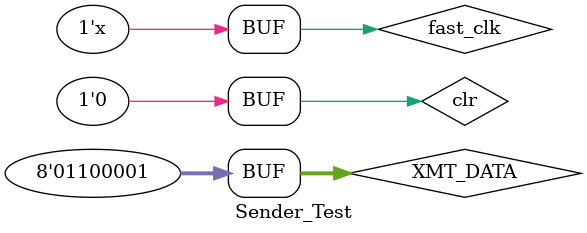
<source format=v>
`timescale 1ns / 1ps


module Sender_Test;

	// Inputs
	reg clr;
	reg XMT_REQ;
	reg [7:0] XMT_DATA;
	reg clk;

	// Outputs
	wire XMT_ACK;
	wire XMT;

	// Instantiate the Unit Under Test (UUT)
	Sender uut (
		.clr(clr), 
		.XMT_REQ(XMT_REQ), 
		.XMT_DATA(XMT_DATA), 
		.clk(clk), 
		.XMT_ACK(XMT_ACK), 
		.XMT(XMT)
	);

	reg fast_clk; 
	reg [3:0] state = 4'b0;
	reg [3:0] next_state = 4'b0;

	initial fast_clk = 0; 
	always #10 fast_clk = ~fast_clk; 

	
	initial begin
		// Initialize Inputs
		clr = 0;
		XMT_REQ = 0;
		XMT_DATA = 0;
		clk = 0;

		// Wait 100 ns for global reset to finish
		#100;
        
		// Add stimulus here

	end
	
	reg [9:0] counter = 10'b0; 
	parameter count_to = 651; 
	
	reg [1:0] slow_counter = 2'b0;
	parameter slow_count_to = 3;
	reg slow_clk = 0;

	//Sets up the registers
	always@(posedge fast_clk)
	begin	
		if(counter == count_to)
		begin
			counter <= 10'b0; 
			clk <= ~clk;
		end
		else
			counter <= counter + 1'b1; 
	end
	
	always@(posedge clk)
	begin
		if(slow_counter == slow_count_to)
		begin
			slow_counter <= 3'b0;
			slow_clk <= ~slow_clk;
			if(!slow_clk)begin
				state = next_state;
			end
		end
		else
		begin
			slow_counter <= slow_counter +1'b1;
		end
	end
	
	always@(*) 
	begin
		XMT_DATA <= 8'b01100001;
		XMT_REQ <= 1;
		case(state)
			0:begin
				XMT_REQ <= 0;
				next_state = 1;
			end
			1:begin
				XMT_REQ <= 1;
				next_state = 2;
			end
			2:begin
				if(XMT == 1)begin
					$display("First bit transmit success!"); 
				end
				next_state = 3;
			end
			3:begin	
				if(XMT == 0)begin
					$display("Second bit transmit success!"); 
				end
				next_state = 4;
			end
			4:begin
				if(XMT == 0)begin
					$display("Third bit transmit success!"); 
				end
				next_state = 5;
			end
			5:begin
				if(XMT == 0)begin
					$display("Fourth bit transmit success!"); 
				end
				next_state = 6;
			end
			6:begin
				if(XMT == 0)begin
					$display("Fifth bit transmit success!"); 
				end
				next_state = 7;
			end
			7:begin
				if(XMT == 1)begin
					$display("Sixth bit transmit success!"); 
				end
				next_state = 8;
			end
			8:begin
				if(XMT == 1)begin
					$display("Seventh bit transmit success!"); 
				end
				next_state = 9;
			end
			9:begin
				if(XMT == 0)begin
					$display("Eighth bit transmit success!"); 
				end
				next_state = 10;
			end
			10:begin
				if(XMT_ACK == 1) begin
					XMT_REQ <= 0; 
				end
				next_state = 0;
			end
		endcase
	end
	
	
      
      
endmodule


</source>
